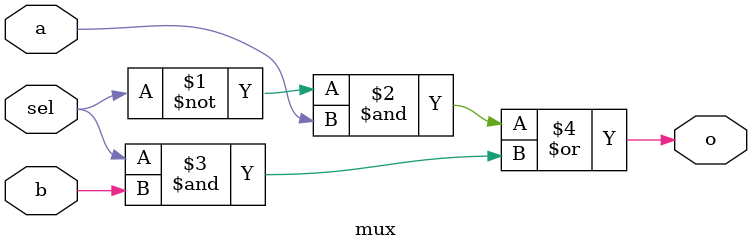
<source format=v>
module mux (
	input a, b, sel,
	output o);
assign o = (~sel&a)|(sel&b);
endmodule 
</source>
